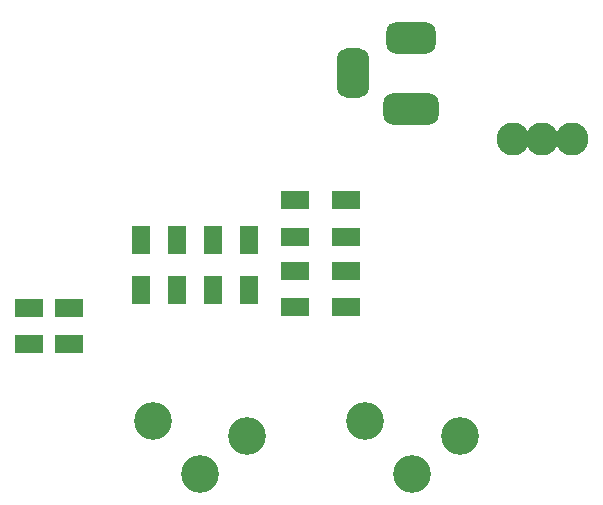
<source format=gbs>
G04 Layer_Color=16711935*
%FSLAX44Y44*%
%MOMM*%
G71*
G01*
G75*
%ADD37R,2.4020X1.6140*%
%ADD38R,1.6140X2.4020*%
%ADD45C,2.8000*%
G04:AMPARAMS|DCode=46|XSize=2.7mm|YSize=4.7mm|CornerRadius=0.85mm|HoleSize=0mm|Usage=FLASHONLY|Rotation=270.000|XOffset=0mm|YOffset=0mm|HoleType=Round|Shape=RoundedRectangle|*
%AMROUNDEDRECTD46*
21,1,2.7000,3.0000,0,0,270.0*
21,1,1.0000,4.7000,0,0,270.0*
1,1,1.7000,-1.5000,-0.5000*
1,1,1.7000,-1.5000,0.5000*
1,1,1.7000,1.5000,0.5000*
1,1,1.7000,1.5000,-0.5000*
%
%ADD46ROUNDEDRECTD46*%
G04:AMPARAMS|DCode=47|XSize=4.2mm|YSize=2.7mm|CornerRadius=0.85mm|HoleSize=0mm|Usage=FLASHONLY|Rotation=270.000|XOffset=0mm|YOffset=0mm|HoleType=Round|Shape=RoundedRectangle|*
%AMROUNDEDRECTD47*
21,1,4.2000,1.0000,0,0,270.0*
21,1,2.5000,2.7000,0,0,270.0*
1,1,1.7000,-0.5000,-1.2500*
1,1,1.7000,-0.5000,1.2500*
1,1,1.7000,0.5000,1.2500*
1,1,1.7000,0.5000,-1.2500*
%
%ADD47ROUNDEDRECTD47*%
G04:AMPARAMS|DCode=48|XSize=2.7mm|YSize=4.2mm|CornerRadius=0.85mm|HoleSize=0mm|Usage=FLASHONLY|Rotation=270.000|XOffset=0mm|YOffset=0mm|HoleType=Round|Shape=RoundedRectangle|*
%AMROUNDEDRECTD48*
21,1,2.7000,2.5000,0,0,270.0*
21,1,1.0000,4.2000,0,0,270.0*
1,1,1.7000,-1.2500,-0.5000*
1,1,1.7000,-1.2500,0.5000*
1,1,1.7000,1.2500,0.5000*
1,1,1.7000,1.2500,-0.5000*
%
%ADD48ROUNDEDRECTD48*%
%ADD49C,3.2000*%
D37*
X327000Y271630D02*
D03*
Y302370D02*
D03*
X327000Y211630D02*
D03*
Y242370D02*
D03*
X58000Y180630D02*
D03*
Y211370D02*
D03*
X92000Y180630D02*
D03*
Y211370D02*
D03*
X284000Y271630D02*
D03*
Y302370D02*
D03*
X284001Y211632D02*
D03*
Y242372D02*
D03*
D38*
X184000Y269000D02*
D03*
X153260D02*
D03*
X245000D02*
D03*
X214259D02*
D03*
X184000Y226000D02*
D03*
X153260D02*
D03*
X245000D02*
D03*
X214260D02*
D03*
D45*
X468000Y354000D02*
D03*
X493000D02*
D03*
X518000D02*
D03*
D46*
X382000Y380000D02*
D03*
D47*
X333000Y410000D02*
D03*
D48*
X382000Y440000D02*
D03*
D49*
X343000Y115500D02*
D03*
X163000D02*
D03*
X243000Y103000D02*
D03*
X423000D02*
D03*
X383000Y70500D02*
D03*
X203000D02*
D03*
M02*

</source>
